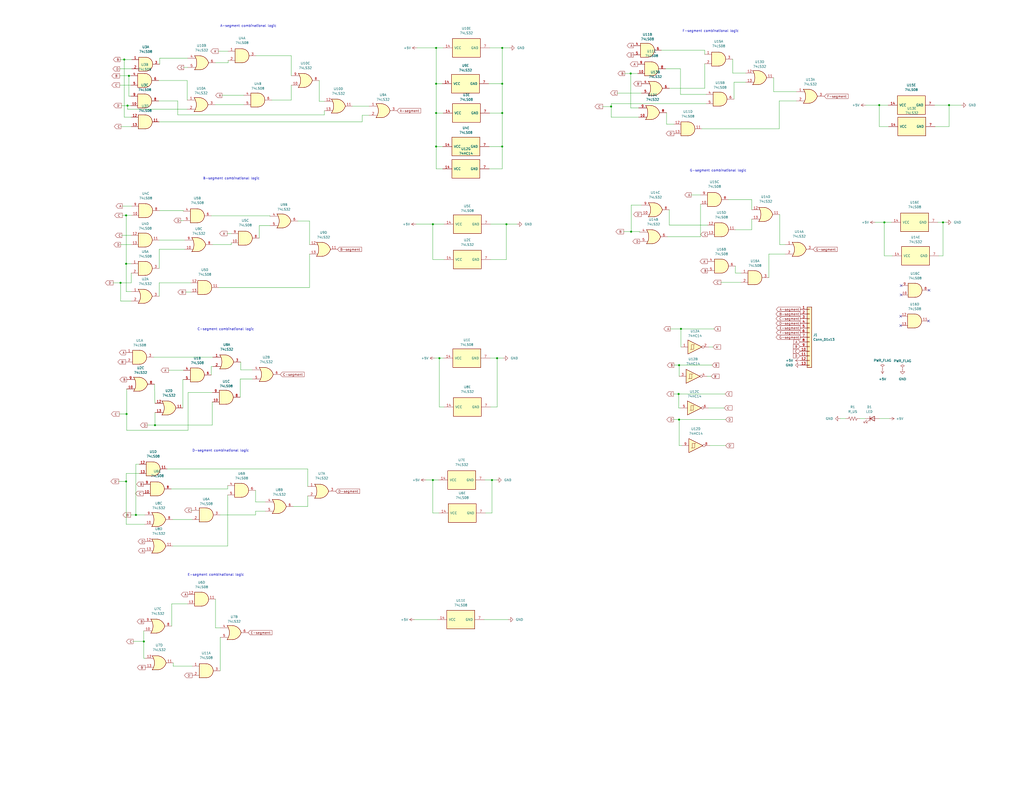
<source format=kicad_sch>
(kicad_sch (version 20211123) (generator eeschema)
  (paper "C")
  (title_block (title "7-SD combinational logic unit") (date "2025-06-05") (rev "2"))
  (junction (at 69.596 57.658))
  (junction (at 517.906 57.404))
  (junction (at 333.502 58.166))
  (junction (at 70.358 41.402))
  (junction (at 74.168 281.178))
  (junction (at 344.424 126.492))
  (junction (at 371.602 179.578))
  (junction (at 274.066 45.72))
  (junction (at 370.586 199.39))
  (junction (at 78.486 350.266))
  (junction (at 274.066 26.162))
  (junction (at 69.088 226.06))
  (junction (at 271.272 195.58))
  (junction (at 370.586 229.108))
  (junction (at 68.834 117.602))
  (junction (at 65.786 154.432))
  (junction (at 479.806 57.404))
  (junction (at 276.352 122.428))
  (junction (at 274.066 61.722))
  (junction (at 344.17 40.132))
  (junction (at 68.834 262.89))
  (junction (at 268.478 262.128))
  (junction (at 237.998 80.01))
  (junction (at 236.22 122.428))
  (junction (at 236.22 262.128))
  (junction (at 514.604 121.412))
  (junction (at 274.066 80.01))
  (junction (at 237.998 45.72))
  (junction (at 237.998 26.162))
  (junction (at 237.998 61.722))
  (junction (at 68.834 144.018))
  (junction (at 482.6 121.412))
  (junction (at 67.818 32.512))
  (junction (at 84.582 232.156))
  (junction (at 370.332 215.138))
  (junction (at 239.776 195.58))
  (no_connect (at 506.73 175.26))
  (no_connect (at 491.49 172.72))
  (no_connect (at 491.49 177.8))
  (no_connect (at 506.984 158.496))
  (no_connect (at 491.744 161.036))
  (no_connect (at 491.744 155.956))
  (wire (pts (xy 274.066 61.722) (xy 274.066 80.01)))
  (wire (pts (xy 115.316 117.856) (xy 147.32 117.856)))
  (wire (pts (xy 86.868 154.432) (xy 104.14 154.432)))
  (wire (pts (xy 236.22 141.732) (xy 236.22 122.428)))
  (wire (pts (xy 274.066 80.01) (xy 274.066 92.202)))
  (wire (pts (xy 395.732 215.138) (xy 370.332 215.138)))
  (wire (pts (xy 94.234 298.196) (xy 124.206 298.196)))
  (wire (pts (xy 71.628 154.432) (xy 65.786 154.432)))
  (wire (pts (xy 348.488 64.008) (xy 333.502 64.008)))
  (wire (pts (xy 139.446 279.146) (xy 144.78 279.146)))
  (wire (pts (xy 241.554 92.202) (xy 237.998 92.202)))
  (wire (pts (xy 141.478 130.048) (xy 141.478 123.19)))
  (wire (pts (xy 241.808 61.722) (xy 237.998 61.722)))
  (wire (pts (xy 139.446 267.716) (xy 139.446 274.066)))
  (wire (pts (xy 86.868 161.798) (xy 86.868 154.432)))
  (wire (pts (xy 102.108 43.942) (xy 102.108 54.61)))
  (wire (pts (xy 68.834 262.89) (xy 68.834 286.258)))
  (wire (pts (xy 84.582 225.298) (xy 84.582 232.156)))
  (wire (pts (xy 160.02 276.606) (xy 167.894 276.606)))
  (wire (pts (xy 264.922 280.162) (xy 268.478 280.162)))
  (wire (pts (xy 237.998 26.162) (xy 241.808 26.162)))
  (wire (pts (xy 517.906 57.404) (xy 510.032 57.404)))
  (wire (pts (xy 168.91 156.972) (xy 168.91 138.684)))
  (wire (pts (xy 68.834 117.602) (xy 71.882 117.602)))
  (wire (pts (xy 239.776 195.58) (xy 242.062 195.58)))
  (wire (pts (xy 425.45 117.094) (xy 425.45 133.604)))
  (wire (pts (xy 344.424 112.014) (xy 344.424 126.492)))
  (wire (pts (xy 61.722 154.432) (xy 65.786 154.432)))
  (wire (pts (xy 242.316 222.25) (xy 239.776 222.25)))
  (wire (pts (xy 75.946 253.492) (xy 74.168 253.492)))
  (wire (pts (xy 239.522 280.162) (xy 236.22 280.162)))
  (wire (pts (xy 70.358 41.402) (xy 70.358 52.578)))
  (wire (pts (xy 66.548 128.524) (xy 71.628 128.524)))
  (wire (pts (xy 422.148 50.038) (xy 434.594 50.038)))
  (wire (pts (xy 239.776 195.58) (xy 239.776 222.25)))
  (wire (pts (xy 348.488 58.928) (xy 344.17 58.928)))
  (wire (pts (xy 100.838 136.144) (xy 86.868 136.144)))
  (wire (pts (xy 100.076 207.264) (xy 99.822 207.264)))
  (wire (pts (xy 344.424 126.492) (xy 348.996 126.492)))
  (wire (pts (xy 383.032 70.358) (xy 425.196 70.358)))
  (wire (pts (xy 371.348 37.592) (xy 363.22 37.592)))
  (wire (pts (xy 333.502 58.166) (xy 333.502 64.008)))
  (wire (pts (xy 68.834 258.572) (xy 75.946 258.572)))
  (wire (pts (xy 115.316 200.152) (xy 116.078 200.152)))
  (wire (pts (xy 370.586 199.39) (xy 388.62 199.39)))
  (wire (pts (xy 364.236 129.286) (xy 382.27 129.286)))
  (wire (pts (xy 236.22 122.428) (xy 242.316 122.428)))
  (wire (pts (xy 399.796 32.258) (xy 399.796 39.878)))
  (wire (pts (xy 102.616 214.376) (xy 102.616 234.95)))
  (wire (pts (xy 267.208 61.722) (xy 274.066 61.722)))
  (wire (pts (xy 86.614 55.118) (xy 97.028 55.118)))
  (wire (pts (xy 388.112 205.486) (xy 385.826 205.486)))
  (wire (pts (xy 100.076 202.184) (xy 91.948 202.184)))
  (wire (pts (xy 167.894 276.606) (xy 167.894 270.764)))
  (wire (pts (xy 328.93 58.166) (xy 333.502 58.166)))
  (wire (pts (xy 371.348 51.562) (xy 371.348 37.592)))
  (wire (pts (xy 237.998 61.722) (xy 237.998 45.72)))
  (wire (pts (xy 124.206 298.196) (xy 124.206 270.256)))
  (wire (pts (xy 400.558 54.102) (xy 400.558 44.958)))
  (wire (pts (xy 371.602 179.578) (xy 365.76 179.578)))
  (wire (pts (xy 512.318 139.7) (xy 514.604 139.7)))
  (wire (pts (xy 119.126 27.94) (xy 124.46 27.94)))
  (wire (pts (xy 78.486 344.424) (xy 78.486 350.266)))
  (wire (pts (xy 65.278 37.592) (xy 71.882 37.592)))
  (wire (pts (xy 232.41 262.128) (xy 236.22 262.128)))
  (wire (pts (xy 71.628 164.338) (xy 65.786 164.338)))
  (wire (pts (xy 120.142 366.268) (xy 120.142 347.98)))
  (wire (pts (xy 66.294 57.658) (xy 69.596 57.658)))
  (wire (pts (xy 84.328 212.852) (xy 84.582 220.218)))
  (wire (pts (xy 74.168 253.492) (xy 74.168 281.178)))
  (wire (pts (xy 124.206 266.954) (xy 124.206 265.176)))
  (wire (pts (xy 71.628 133.604) (xy 65.786 133.604)))
  (wire (pts (xy 514.604 121.412) (xy 511.81 121.412)))
  (wire (pts (xy 363.728 61.468) (xy 363.728 67.818)))
  (wire (pts (xy 479.806 228.6) (xy 485.394 228.6)))
  (wire (pts (xy 121.158 52.07) (xy 133.096 52.07)))
  (wire (pts (xy 236.22 262.128) (xy 236.22 280.162)))
  (wire (pts (xy 79.248 359.41) (xy 78.486 359.41)))
  (wire (pts (xy 91.186 256.032) (xy 167.894 256.032)))
  (wire (pts (xy 282.194 122.428) (xy 276.352 122.428)))
  (wire (pts (xy 93.726 329.692) (xy 93.726 341.884)))
  (wire (pts (xy 97.028 55.118) (xy 97.028 62.738)))
  (wire (pts (xy 78.486 350.266) (xy 78.486 359.41)))
  (wire (pts (xy 386.842 189.484) (xy 389.128 189.484)))
  (wire (pts (xy 71.628 159.258) (xy 68.834 159.258)))
  (wire (pts (xy 162.56 120.65) (xy 168.91 120.65)))
  (wire (pts (xy 268.478 262.128) (xy 268.478 280.162)))
  (wire (pts (xy 384.556 34.798) (xy 384.556 48.26)))
  (wire (pts (xy 71.374 281.178) (xy 74.168 281.178)))
  (wire (pts (xy 69.596 57.658) (xy 71.374 57.658)))
  (wire (pts (xy 131.064 207.01) (xy 137.668 207.01)))
  (wire (pts (xy 266.954 92.202) (xy 274.066 92.202)))
  (wire (pts (xy 384.556 29.718) (xy 384.556 27.432)))
  (wire (pts (xy 469.138 228.6) (xy 472.186 228.6)))
  (wire (pts (xy 84.582 232.156) (xy 115.824 232.156)))
  (wire (pts (xy 419.608 138.684) (xy 428.498 138.684)))
  (wire (pts (xy 336.804 50.8) (xy 350.012 50.8)))
  (wire (pts (xy 119.38 156.972) (xy 168.91 156.972)))
  (wire (pts (xy 370.586 229.108) (xy 370.586 243.332)))
  (wire (pts (xy 104.394 278.638) (xy 104.902 278.638)))
  (wire (pts (xy 242.316 141.732) (xy 236.22 141.732)))
  (wire (pts (xy 117.348 57.15) (xy 133.096 57.15)))
  (wire (pts (xy 64.77 262.89) (xy 68.834 262.89)))
  (wire (pts (xy 102.362 329.692) (xy 93.726 329.692)))
  (wire (pts (xy 482.6 139.7) (xy 482.6 121.412)))
  (wire (pts (xy 410.21 108.966) (xy 410.21 114.554)))
  (wire (pts (xy 70.358 52.578) (xy 71.374 52.578)))
  (wire (pts (xy 101.346 159.512) (xy 104.14 159.512)))
  (wire (pts (xy 68.834 286.258) (xy 78.994 286.258)))
  (wire (pts (xy 100.076 115.062) (xy 100.076 115.316)))
  (wire (pts (xy 104.902 363.728) (xy 94.488 363.728)))
  (wire (pts (xy 236.22 262.128) (xy 239.268 262.128)))
  (wire (pts (xy 72.644 350.266) (xy 78.486 350.266)))
  (wire (pts (xy 395.986 243.332) (xy 387.35 243.332)))
  (wire (pts (xy 69.088 212.344) (xy 69.088 226.06)))
  (wire (pts (xy 69.088 226.06) (xy 69.088 234.95)))
  (wire (pts (xy 477.52 121.412) (xy 482.6 121.412)))
  (wire (pts (xy 147.32 117.856) (xy 147.32 118.11)))
  (wire (pts (xy 201.422 57.912) (xy 192.278 57.912)))
  (wire (pts (xy 66.802 112.522) (xy 71.882 112.522)))
  (wire (pts (xy 141.478 123.19) (xy 147.32 123.19)))
  (wire (pts (xy 479.806 57.404) (xy 484.632 57.404)))
  (wire (pts (xy 395.224 222.758) (xy 386.588 222.758)))
  (wire (pts (xy 227.076 122.428) (xy 236.22 122.428)))
  (wire (pts (xy 278.13 26.162) (xy 274.066 26.162)))
  (wire (pts (xy 139.446 281.178) (xy 139.446 279.146)))
  (wire (pts (xy 274.066 45.72) (xy 274.066 61.722)))
  (wire (pts (xy 510.286 69.088) (xy 517.906 69.088)))
  (wire (pts (xy 65.024 226.06) (xy 69.088 226.06)))
  (wire (pts (xy 425.196 55.118) (xy 434.594 55.118)))
  (wire (pts (xy 400.558 44.958) (xy 406.908 44.958)))
  (wire (pts (xy 227.584 26.162) (xy 237.998 26.162)))
  (wire (pts (xy 70.358 41.402) (xy 71.374 41.402)))
  (wire (pts (xy 371.602 179.578) (xy 389.636 179.578)))
  (wire (pts (xy 71.374 46.482) (xy 65.278 46.482)))
  (wire (pts (xy 117.602 342.9) (xy 120.142 342.9)))
  (wire (pts (xy 174.244 55.372) (xy 177.038 55.372)))
  (wire (pts (xy 268.478 262.128) (xy 264.668 262.128)))
  (wire (pts (xy 78.994 281.178) (xy 74.168 281.178)))
  (wire (pts (xy 393.446 154.178) (xy 404.368 154.178)))
  (wire (pts (xy 80.264 232.156) (xy 84.582 232.156)))
  (wire (pts (xy 100.838 131.064) (xy 86.868 131.064)))
  (wire (pts (xy 159.004 30.48) (xy 159.004 41.402)))
  (wire (pts (xy 131.064 216.916) (xy 131.064 207.01)))
  (wire (pts (xy 401.32 125.476) (xy 410.21 125.476)))
  (wire (pts (xy 486.918 139.7) (xy 482.6 139.7)))
  (wire (pts (xy 276.352 122.428) (xy 267.716 122.428)))
  (wire (pts (xy 197.612 62.992) (xy 197.612 66.548)))
  (wire (pts (xy 410.21 125.476) (xy 410.21 119.634)))
  (wire (pts (xy 333.502 56.642) (xy 333.502 58.166)))
  (wire (pts (xy 365.252 114.554) (xy 365.252 122.936)))
  (wire (pts (xy 86.868 66.548) (xy 197.612 66.548)))
  (wire (pts (xy 425.45 133.604) (xy 428.498 133.604)))
  (wire (pts (xy 274.574 195.58) (xy 271.272 195.58)))
  (wire (pts (xy 66.04 69.088) (xy 71.628 69.088)))
  (wire (pts (xy 370.586 199.39) (xy 370.586 205.486)))
  (wire (pts (xy 139.446 274.066) (xy 144.78 274.066)))
  (wire (pts (xy 68.834 144.018) (xy 71.628 144.018)))
  (wire (pts (xy 419.608 151.638) (xy 419.608 138.684)))
  (wire (pts (xy 116.078 133.604) (xy 126.238 133.604)))
  (wire (pts (xy 267.716 222.25) (xy 271.272 222.25)))
  (wire (pts (xy 98.552 120.396) (xy 100.076 120.396)))
  (wire (pts (xy 266.954 80.01) (xy 274.066 80.01)))
  (wire (pts (xy 371.602 189.484) (xy 371.602 179.578)))
  (wire (pts (xy 384.556 48.26) (xy 365.252 48.26)))
  (wire (pts (xy 120.142 281.178) (xy 139.446 281.178)))
  (wire (pts (xy 384.556 27.432) (xy 360.934 27.432)))
  (wire (pts (xy 340.36 126.492) (xy 344.424 126.492)))
  (wire (pts (xy 115.824 219.456) (xy 115.824 232.156)))
  (wire (pts (xy 100.33 36.83) (xy 102.362 36.83)))
  (wire (pts (xy 71.628 149.098) (xy 71.628 154.432)))
  (wire (pts (xy 99.822 207.264) (xy 99.822 222.758)))
  (wire (pts (xy 340.868 40.132) (xy 344.17 40.132)))
  (wire (pts (xy 344.17 40.132) (xy 344.17 58.928)))
  (wire (pts (xy 363.728 67.818) (xy 367.792 67.818)))
  (wire (pts (xy 458.47 228.6) (xy 461.518 228.6)))
  (wire (pts (xy 117.602 327.152) (xy 117.602 342.9)))
  (wire (pts (xy 367.792 199.39) (xy 370.586 199.39)))
  (wire (pts (xy 399.796 39.878) (xy 406.908 39.878)))
  (wire (pts (xy 201.422 62.992) (xy 197.612 62.992)))
  (wire (pts (xy 126.238 133.604) (xy 126.238 132.588)))
  (wire (pts (xy 68.834 258.572) (xy 68.834 262.89)))
  (wire (pts (xy 271.272 195.58) (xy 271.272 222.25)))
  (wire (pts (xy 139.7 30.48) (xy 159.004 30.48)))
  (wire (pts (xy 124.46 34.29) (xy 124.46 33.02)))
  (wire (pts (xy 167.894 256.032) (xy 167.894 265.684)))
  (wire (pts (xy 68.834 159.258) (xy 68.834 144.018)))
  (wire (pts (xy 386.08 122.936) (xy 365.252 122.936)))
  (wire (pts (xy 517.906 69.088) (xy 517.906 57.404)))
  (wire (pts (xy 271.272 195.58) (xy 267.462 195.58)))
  (wire (pts (xy 274.066 26.162) (xy 274.066 45.72)))
  (wire (pts (xy 350.012 112.014) (xy 344.424 112.014)))
  (wire (pts (xy 67.818 32.512) (xy 71.882 32.512)))
  (wire (pts (xy 237.236 195.58) (xy 239.776 195.58)))
  (wire (pts (xy 241.554 80.01) (xy 237.998 80.01)))
  (wire (pts (xy 385.318 51.562) (xy 371.348 51.562)))
  (wire (pts (xy 370.332 222.758) (xy 371.348 222.758)))
  (wire (pts (xy 168.91 120.65) (xy 168.91 133.604)))
  (wire (pts (xy 174.244 43.942) (xy 174.244 55.372)))
  (wire (pts (xy 226.06 338.328) (xy 238.76 338.328)))
  (wire (pts (xy 66.802 117.602) (xy 68.834 117.602)))
  (wire (pts (xy 123.952 127.508) (xy 126.238 127.508)))
  (wire (pts (xy 264.16 338.328) (xy 277.368 338.328)))
  (wire (pts (xy 86.868 136.144) (xy 86.868 146.558)))
  (wire (pts (xy 237.998 80.01) (xy 237.998 92.202)))
  (wire (pts (xy 83.82 195.072) (xy 116.078 195.072)))
  (wire (pts (xy 344.17 40.132) (xy 347.98 40.132)))
  (wire (pts (xy 276.352 141.732) (xy 276.352 122.428)))
  (wire (pts (xy 482.6 121.412) (xy 486.41 121.412)))
  (wire (pts (xy 94.488 361.95) (xy 94.488 363.728)))
  (wire (pts (xy 516.382 121.412) (xy 514.604 121.412)))
  (wire (pts (xy 87.122 115.062) (xy 100.076 115.062)))
  (wire (pts (xy 102.362 31.75) (xy 87.122 31.75)))
  (wire (pts (xy 86.614 43.942) (xy 102.108 43.942)))
  (wire (pts (xy 117.602 34.29) (xy 124.46 34.29)))
  (wire (pts (xy 237.998 61.722) (xy 237.998 80.01)))
  (wire (pts (xy 65.278 41.402) (xy 70.358 41.402)))
  (wire (pts (xy 131.318 201.93) (xy 137.668 201.93)))
  (wire (pts (xy 514.604 139.7) (xy 514.604 121.412)))
  (wire (pts (xy 102.616 234.95) (xy 69.088 234.95)))
  (wire (pts (xy 370.586 229.108) (xy 395.986 229.108)))
  (wire (pts (xy 479.806 69.088) (xy 479.806 57.404)))
  (wire (pts (xy 267.716 141.732) (xy 276.352 141.732)))
  (wire (pts (xy 68.834 117.602) (xy 68.834 144.018)))
  (wire (pts (xy 266.7 45.72) (xy 274.066 45.72)))
  (wire (pts (xy 274.066 26.162) (xy 267.208 26.162)))
  (wire (pts (xy 102.108 59.69) (xy 69.596 59.69)))
  (wire (pts (xy 401.32 145.288) (xy 401.32 149.098)))
  (wire (pts (xy 370.332 215.138) (xy 370.332 222.758)))
  (wire (pts (xy 348.996 126.492) (xy 348.996 126.746)))
  (wire (pts (xy 69.596 59.69) (xy 69.596 57.658)))
  (wire (pts (xy 401.32 149.098) (xy 404.368 149.098)))
  (wire (pts (xy 67.818 64.008) (xy 67.818 32.512)))
  (wire (pts (xy 237.998 45.72) (xy 237.998 26.162)))
  (wire (pts (xy 65.532 32.512) (xy 67.818 32.512)))
  (wire (pts (xy 94.234 283.718) (xy 104.902 283.718)))
  (wire (pts (xy 271.018 262.128) (xy 268.478 262.128)))
  (wire (pts (xy 241.3 45.72) (xy 237.998 45.72)))
  (wire (pts (xy 472.44 57.404) (xy 479.806 57.404)))
  (wire (pts (xy 131.318 197.612) (xy 131.318 201.93)))
  (wire (pts (xy 84.328 209.804) (xy 84.328 212.852)))
  (wire (pts (xy 425.196 70.358) (xy 425.196 55.118)))
  (wire (pts (xy 370.586 243.332) (xy 372.11 243.332)))
  (wire (pts (xy 524.51 57.404) (xy 517.906 57.404)))
  (wire (pts (xy 367.538 229.108) (xy 370.586 229.108)))
  (wire (pts (xy 148.336 54.61) (xy 159.004 54.61)))
  (wire (pts (xy 67.818 64.008) (xy 71.628 64.008)))
  (wire (pts (xy 159.004 54.61) (xy 159.004 46.482)))
  (wire (pts (xy 65.786 164.338) (xy 65.786 154.432)))
  (wire (pts (xy 87.122 31.75) (xy 87.122 35.052)))
  (wire (pts (xy 385.318 56.642) (xy 333.502 56.642)))
  (wire (pts (xy 422.148 42.418) (xy 422.148 50.038)))
  (wire (pts (xy 377.19 106.426) (xy 382.27 106.426)))
  (wire (pts (xy 115.824 214.376) (xy 102.616 214.376)))
  (wire (pts (xy 93.472 266.954) (xy 124.206 266.954)))
  (wire (pts (xy 367.538 215.138) (xy 370.332 215.138)))
  (wire (pts (xy 397.51 108.966) (xy 410.21 108.966)))
  (wire (pts (xy 382.27 129.286) (xy 382.27 111.506)))
  (wire (pts (xy 115.316 204.724) (xy 115.316 200.152)))
  (wire (pts (xy 177.038 60.452) (xy 177.038 62.738)))
  (wire (pts (xy 484.886 69.088) (xy 479.806 69.088)))
  (wire (pts (xy 97.028 62.738) (xy 177.038 62.738)))
  (text "D-segment combinational logic" (at 104.902 246.888 0) (effects (font (size 1.27 1.27)) (justify left bottom)))
  (text "G-segment combinational logic" (at 376.428 93.98 0) (effects (font (size 1.27 1.27)) (justify left bottom)))
  (text "A-segment combinational logic" (at 120.142 14.986 0) (effects (font (size 1.27 1.27)) (justify left bottom)))
  (text "F-segment combinational logic" (at 372.364 17.78 0) (effects (font (size 1.27 1.27)) (justify left bottom)))
  (text "B-segment combinational logic" (at 110.744 98.298 0) (effects (font (size 1.27 1.27)) (justify left bottom)))
  (text "C-segment combinational logic" (at 107.696 180.594 0) (effects (font (size 1.27 1.27)) (justify left bottom)))
  (text "E-segment combinational logic" (at 102.362 314.706 0) (effects (font (size 1.27 1.27)) (justify left bottom)))
  (global_label "C'" (shape output) (at 78.232 269.494 180) (property "Intersheet References" "${INTERSHEET_REFS}" (effects hide)))
  (global_label "B" (shape output) (at 78.486 339.344 180) (property "Intersheet References" "${INTERSHEET_REFS}" (effects hide)))
  (global_label "B" (shape output) (at 367.792 199.39 180) (property "Intersheet References" "${INTERSHEET_REFS}" (effects hide)))
  (global_label "D'" (shape output) (at 61.722 154.432 180) (property "Intersheet References" "${INTERSHEET_REFS}" (effects hide)))
  (global_label "D" (shape output) (at 65.278 37.592 180) (property "Intersheet References" "${INTERSHEET_REFS}" (effects hide)))
  (global_label "C'" (shape output) (at 328.93 58.166 180) (property "Intersheet References" "${INTERSHEET_REFS}" (effects hide)))
  (global_label "C'" (shape input) (at 395.224 222.758 0) (property "Intersheet References" "${INTERSHEET_REFS}" (effects hide)))
  (global_label "E-segment" (shape input) (at 135.382 345.44 0) (property "Intersheet References" "${INTERSHEET_REFS}" (effects hide)))
  (global_label "A'" (shape output) (at 386.08 142.748 180) (property "Intersheet References" "${INTERSHEET_REFS}" (effects hide)))
  (global_label "D" (shape output) (at 367.538 229.108 180) (property "Intersheet References" "${INTERSHEET_REFS}" (effects hide)))
  (global_label "B" (shape output) (at 340.868 40.132 180) (property "Intersheet References" "${INTERSHEET_REFS}" (effects hide)))
  (global_label "C" (shape output) (at 104.394 278.638 180) (property "Intersheet References" "${INTERSHEET_REFS}" (effects hide)))
  (global_label "C-segment" (shape input) (at 152.908 204.47 0) (property "Intersheet References" "${INTERSHEET_REFS}" (effects hide)))
  (global_label "C" (shape input) (at 395.732 215.138 0) (property "Intersheet References" "${INTERSHEET_REFS}" (effects hide)))
  (global_label "B" (shape output) (at 69.088 207.264 180) (property "Intersheet References" "${INTERSHEET_REFS}" (effects hide)))
  (global_label "F-segment" (shape output) (at 436.626 181.61 180) (property "Intersheet References" "${INTERSHEET_REFS}" (effects hide)))
  (global_label "A" (shape output) (at 102.362 324.612 180) (property "Intersheet References" "${INTERSHEET_REFS}" (effects hide)))
  (global_label "B'" (shape output) (at 71.374 281.178 180) (property "Intersheet References" "${INTERSHEET_REFS}" (effects hide)))
  (global_label "D" (shape output) (at 65.786 133.604 180) (property "Intersheet References" "${INTERSHEET_REFS}" (effects hide)))
  (global_label "B'" (shape output) (at 340.36 126.492 180) (property "Intersheet References" "${INTERSHEET_REFS}" (effects hide)))
  (global_label "B" (shape input) (at 388.62 199.39 0) (property "Intersheet References" "${INTERSHEET_REFS}" (effects hide)))
  (global_label "B" (shape output) (at 386.08 147.828 180) (property "Intersheet References" "${INTERSHEET_REFS}" (effects hide)))
  (global_label "A" (shape output) (at 345.694 24.892 180) (property "Intersheet References" "${INTERSHEET_REFS}" (effects hide)))
  (global_label "B'" (shape output) (at 68.58 197.612 180) (property "Intersheet References" "${INTERSHEET_REFS}" (effects hide)))
  (global_label "D" (shape output) (at 78.994 295.656 180) (property "Intersheet References" "${INTERSHEET_REFS}" (effects hide)))
  (global_label "C" (shape output) (at 66.04 69.088 180) (property "Intersheet References" "${INTERSHEET_REFS}" (effects hide)))
  (global_label "G-segment" (shape output) (at 436.626 184.15 180) (property "Intersheet References" "${INTERSHEET_REFS}" (effects hide)))
  (global_label "B'" (shape input) (at 388.112 205.486 0) (property "Intersheet References" "${INTERSHEET_REFS}" (effects hide)))
  (global_label "D" (shape output) (at 345.694 29.972 180) (property "Intersheet References" "${INTERSHEET_REFS}" (effects hide)))
  (global_label "A" (shape output) (at 78.994 300.736 180) (property "Intersheet References" "${INTERSHEET_REFS}" (effects hide)))
  (global_label "C'" (shape output) (at 65.278 46.482 180) (property "Intersheet References" "${INTERSHEET_REFS}" (effects hide)))
  (global_label "B-segment" (shape output) (at 436.626 171.45 180) (property "Intersheet References" "${INTERSHEET_REFS}" (effects hide)))
  (global_label "A'" (shape output) (at 123.952 127.508 180) (property "Intersheet References" "${INTERSHEET_REFS}" (effects hide)))
  (global_label "B'" (shape output) (at 79.248 364.49 180) (property "Intersheet References" "${INTERSHEET_REFS}" (effects hide)))
  (global_label "C" (shape output) (at 386.08 128.016 180) (property "Intersheet References" "${INTERSHEET_REFS}" (effects hide)))
  (global_label "C" (shape output) (at 100.33 36.83 180) (property "Intersheet References" "${INTERSHEET_REFS}" (effects hide)))
  (global_label "D-segment" (shape input) (at 183.134 268.224 0) (property "Intersheet References" "${INTERSHEET_REFS}" (effects hide)))
  (global_label "D" (shape output) (at 98.552 120.396 180) (property "Intersheet References" "${INTERSHEET_REFS}" (effects hide)))
  (global_label "B-segment" (shape input) (at 184.15 136.144 0) (property "Intersheet References" "${INTERSHEET_REFS}" (effects hide)))
  (global_label "B'" (shape output) (at 350.012 45.72 180) (property "Intersheet References" "${INTERSHEET_REFS}" (effects hide)))
  (global_label "C" (shape output) (at 336.804 50.8 180) (property "Intersheet References" "${INTERSHEET_REFS}" (effects hide)))
  (global_label "D'" (shape output) (at 64.77 262.89 180) (property "Intersheet References" "${INTERSHEET_REFS}" (effects hide)))
  (global_label "D" (shape output) (at 80.264 232.156 180) (property "Intersheet References" "${INTERSHEET_REFS}" (effects hide)))
  (global_label "C" (shape input) (at 436.626 191.77 180) (property "Intersheet References" "${INTERSHEET_REFS}" (effects hide)))
  (global_label "D'" (shape output) (at 66.294 57.658 180) (property "Intersheet References" "${INTERSHEET_REFS}" (effects hide)))
  (global_label "D'" (shape input) (at 395.986 243.332 0) (property "Intersheet References" "${INTERSHEET_REFS}" (effects hide)))
  (global_label "C'" (shape output) (at 393.446 154.178 180) (property "Intersheet References" "${INTERSHEET_REFS}" (effects hide)))
  (global_label "A'" (shape input) (at 389.128 189.484 0) (property "Intersheet References" "${INTERSHEET_REFS}" (effects hide)))
  (global_label "B" (shape output) (at 65.532 32.512 180) (property "Intersheet References" "${INTERSHEET_REFS}" (effects hide)))
  (global_label "A-segment" (shape output) (at 436.626 168.91 180) (property "Intersheet References" "${INTERSHEET_REFS}" (effects hide)))
  (global_label "A'" (shape output) (at 347.98 35.052 180) (property "Intersheet References" "${INTERSHEET_REFS}" (effects hide)))
  (global_label "C-segment" (shape output) (at 436.626 173.99 180) (property "Intersheet References" "${INTERSHEET_REFS}" (effects hide)))
  (global_label "E-segment" (shape output) (at 436.626 179.07 180) (property "Intersheet References" "${INTERSHEET_REFS}" (effects hide)))
  (global_label "A'" (shape output) (at 119.126 27.94 180) (property "Intersheet References" "${INTERSHEET_REFS}" (effects hide)))
  (global_label "B" (shape output) (at 78.232 264.414 180) (property "Intersheet References" "${INTERSHEET_REFS}" (effects hide)))
  (global_label "A'" (shape output) (at 91.948 202.184 180) (property "Intersheet References" "${INTERSHEET_REFS}" (effects hide)))
  (global_label "C" (shape output) (at 367.538 215.138 180) (property "Intersheet References" "${INTERSHEET_REFS}" (effects hide)))
  (global_label "C'" (shape output) (at 66.802 117.602 180) (property "Intersheet References" "${INTERSHEET_REFS}" (effects hide)))
  (global_label "C" (shape output) (at 72.644 350.266 180) (property "Intersheet References" "${INTERSHEET_REFS}" (effects hide)))
  (global_label "A-segment" (shape input) (at 216.662 60.452 0) (property "Intersheet References" "${INTERSHEET_REFS}" (effects hide)))
  (global_label "A" (shape output) (at 377.19 106.426 180) (property "Intersheet References" "${INTERSHEET_REFS}" (effects hide)))
  (global_label "D-segment" (shape output) (at 436.626 176.53 180) (property "Intersheet References" "${INTERSHEET_REFS}" (effects hide)))
  (global_label "A" (shape output) (at 66.802 112.522 180) (property "Intersheet References" "${INTERSHEET_REFS}" (effects hide)))
  (global_label "A" (shape output) (at 365.76 179.578 180) (property "Intersheet References" "${INTERSHEET_REFS}" (effects hide)))
  (global_label "D" (shape input) (at 436.626 194.31 180) (property "Intersheet References" "${INTERSHEET_REFS}" (effects hide)))
  (global_label "C'" (shape output) (at 65.024 226.06 180) (property "Intersheet References" "${INTERSHEET_REFS}" (effects hide)))
  (global_label "D'" (shape output) (at 104.902 368.808 180) (property "Intersheet References" "${INTERSHEET_REFS}" (effects hide)))
  (global_label "D" (shape input) (at 395.986 229.108 0) (property "Intersheet References" "${INTERSHEET_REFS}" (effects hide)))
  (global_label "G-segment" (shape input) (at 443.738 136.144 0) (property "Intersheet References" "${INTERSHEET_REFS}" (effects hide)))
  (global_label "A" (shape output) (at 121.158 52.07 180) (property "Intersheet References" "${INTERSHEET_REFS}" (effects hide)))
  (global_label "B'" (shape output) (at 101.346 159.512 180) (property "Intersheet References" "${INTERSHEET_REFS}" (effects hide)))
  (global_label "D" (shape output) (at 348.996 131.826 180) (property "Intersheet References" "${INTERSHEET_REFS}" (effects hide)))
  (global_label "B'" (shape output) (at 65.278 41.402 180) (property "Intersheet References" "${INTERSHEET_REFS}" (effects hide)))
  (global_label "D'" (shape output) (at 350.012 117.094 180) (property "Intersheet References" "${INTERSHEET_REFS}" (effects hide)))
  (global_label "A" (shape input) (at 436.626 186.69 180) (property "Intersheet References" "${INTERSHEET_REFS}" (effects hide)))
  (global_label "A" (shape output) (at 68.58 192.532 180) (property "Intersheet References" "${INTERSHEET_REFS}" (effects hide)))
  (global_label "F-segment" (shape input) (at 449.834 52.578 0) (property "Intersheet References" "${INTERSHEET_REFS}" (effects hide)))
  (global_label "B" (shape input) (at 436.626 189.23 180) (property "Intersheet References" "${INTERSHEET_REFS}" (effects hide)))
  (global_label "A" (shape input) (at 389.636 179.578 0) (property "Intersheet References" "${INTERSHEET_REFS}" (effects hide)))
  (global_label "C" (shape output) (at 66.548 128.524 180) (property "Intersheet References" "${INTERSHEET_REFS}" (effects hide)))
  (global_label "D'" (shape output) (at 367.792 72.898 180) (property "Intersheet References" "${INTERSHEET_REFS}" (effects hide)))
  (symbol (lib_id "Connector_Generic:Conn_01x13") (at 441.706 184.15 0) (unit 1)
    (property "Reference" "J1" (at 443.738 182.8799 0) (effects (justify left)))
    (property "Value" "Conn_01x13" (at 443.738 185.4199 0) (effects (justify left)))
    (property "Footprint" "Connector_PinHeader_2.54mm:PinHeader_1x13_P2.54mm_Horizontal" (effects hide))
  )
  (symbol (lib_id "74xx:74LS08") (at 140.716 54.61 0) (unit 2)
    (property "Reference" "U4" (at 140.716 45.72 0))
    (property "Value" "74LS08" (at 140.716 48.26 0))
    (property "Footprint" "Package_DIP:DIP-14_W7.62mm" (effects hide))
    (property "Datasheet" "http://www.ti.com/lit/gpn/sn74LS08" (effects hide))
  )
  (symbol (lib_id "74xx:74LS08") (at 254.762 195.58 90) (unit 5)
    (property "Reference" "U1" (at 254.762 185.674 90))
    (property "Value" "74LS08" (at 254.762 188.214 90))
    (property "Footprint" "Package_DIP:DIP-14_W7.62mm" (effects hide))
    (property "Datasheet" "http://www.ti.com/lit/gpn/sn74LS08" (effects hide))
  )
  (symbol (lib_id "74xx:74LS32") (at 86.106 341.884 0) (unit 3)
    (property "Reference" "U7" (at 86.106 332.486 0))
    (property "Value" "74LS32" (at 86.106 335.026 0))
    (property "Footprint" "Package_DIP:DIP-14_W7.62mm" (effects hide))
    (property "Datasheet" "http://www.ti.com/lit/gpn/sn74LS32" (effects hide))
  )
  (symbol (lib_id "power:+5V") (at 436.626 196.85 90) (unit 1)
    (property "Reference" "#PWR011" (effects hide))
    (property "Value" "+5V" (at 432.816 196.8499 90) (effects (justify left)))
  )
  (symbol (lib_id "74xx:74LS08") (at 353.314 27.432 0) (unit 2)
    (property "Reference" "U11" (at 353.314 18.796 0))
    (property "Value" "74LS08" (at 353.314 21.336 0))
    (property "Footprint" "Package_DIP:DIP-14_W7.62mm" (effects hide))
    (property "Datasheet" "http://www.ti.com/lit/gpn/sn74LS08" (effects hide))
  )
  (symbol (lib_id "74xx:74HC14") (at 379.73 243.332 0) (unit 4)
    (property "Reference" "U12" (at 379.73 234.188 0))
    (property "Value" "74HC14" (at 379.73 236.728 0))
    (property "Footprint" "Package_DIP:DIP-14_W7.62mm" (effects hide))
    (property "Datasheet" "http://www.ti.com/lit/gpn/sn74HC14" (effects hide))
  )
  (symbol (lib_id "74xx:74LS32") (at 109.728 57.15 0) (unit 1)
    (property "Reference" "U10" (at 109.728 48.26 0))
    (property "Value" "74LS32" (at 109.728 50.8 0))
    (property "Footprint" "Package_DIP:DIP-14_W7.62mm" (effects hide))
    (property "Datasheet" "http://www.ti.com/lit/gpn/sn74LS32" (effects hide))
  )
  (symbol (lib_id "power:GND") (at 274.574 195.58 90) (unit 1)
    (property "Reference" "#PWR07" (effects hide))
    (property "Value" "GND" (at 278.638 195.5799 90) (effects (justify right)))
  )
  (symbol (lib_id "74xx:74LS32") (at 86.868 361.95 0) (unit 4)
    (property "Reference" "U7" (at 86.868 352.298 0))
    (property "Value" "74LS32" (at 86.868 354.838 0))
    (property "Footprint" "Package_DIP:DIP-14_W7.62mm" (effects hide))
    (property "Datasheet" "http://www.ti.com/lit/gpn/sn74LS32" (effects hide))
  )
  (symbol (lib_id "74xx:74LS08") (at 123.444 216.916 0) (unit 3)
    (property "Reference" "U1" (at 123.444 208.28 0))
    (property "Value" "74LS08" (at 123.444 210.82 0))
    (property "Footprint" "Package_DIP:DIP-14_W7.62mm" (effects hide))
    (property "Datasheet" "http://www.ti.com/lit/gpn/sn74LS08" (effects hide))
  )
  (symbol (lib_id "power:+5V") (at 232.41 262.128 90) (unit 1)
    (property "Reference" "#PWR04" (effects hide))
    (property "Value" "+5V" (at 229.108 262.1279 90) (effects (justify left)))
  )
  (symbol (lib_id "74xx:74LS32") (at 79.248 161.798 0) (unit 1)
    (property "Reference" "U2" (at 79.248 152.4 0))
    (property "Value" "74LS32" (at 79.248 154.94 0))
    (property "Footprint" "Package_DIP:DIP-14_W7.62mm" (effects hide))
    (property "Datasheet" "http://www.ti.com/lit/gpn/sn74LS32" (effects hide))
  )
  (symbol (lib_id "74xx:74LS32") (at 76.708 209.804 0) (unit 3)
    (property "Reference" "U2" (at 76.708 200.914 0))
    (property "Value" "74LS32" (at 76.708 203.454 0))
    (property "Footprint" "Package_DIP:DIP-14_W7.62mm" (effects hide))
    (property "Datasheet" "http://www.ti.com/lit/gpn/sn74LS32" (effects hide))
  )
  (symbol (lib_id "power:PWR_FLAG") (at 481.584 201.422 0) (unit 1)
    (property "Reference" "#FLG01" (effects hide))
    (property "Value" "PWR_FLAG" (at 481.584 196.85 0))
  )
  (symbol (lib_id "power:GND") (at 436.626 199.39 270) (unit 1)
    (property "Reference" "#PWR012" (effects hide))
    (property "Value" "GND" (at 432.816 199.3899 90) (effects (justify right)))
  )
  (symbol (lib_id "74xx:74LS08") (at 76.2 195.072 0) (unit 1)
    (property "Reference" "U1" (at 76.2 185.928 0))
    (property "Value" "74LS08" (at 76.2 188.468 0))
    (property "Footprint" "Package_DIP:DIP-14_W7.62mm" (effects hide))
    (property "Datasheet" "http://www.ti.com/lit/gpn/sn74LS08" (effects hide))
  )
  (symbol (lib_id "74xx:74LS08") (at 499.11 175.26 0) (unit 4)
    (property "Reference" "U16" (at 499.11 166.116 0))
    (property "Value" "74LS08" (at 499.11 168.656 0))
    (property "Footprint" "Package_DIP:DIP-14_W7.62mm" (effects hide))
    (property "Datasheet" "http://www.ti.com/lit/gpn/sn74LS08" (effects hide))
  )
  (symbol (lib_id "power:+5V") (at 227.076 122.428 90) (unit 1)
    (property "Reference" "#PWR02" (effects hide))
    (property "Value" "+5V" (at 223.774 122.4279 90) (effects (justify left)))
  )
  (symbol (lib_id "power:PWR_FLAG") (at 492.506 201.676 0) (unit 1)
    (property "Reference" "#FLG02" (effects hide))
    (property "Value" "PWR_FLAG" (at 492.506 197.104 0))
  )
  (symbol (lib_id "74xx:74LS08") (at 392.938 54.102 0) (unit 2)
    (property "Reference" "U15" (at 392.938 45.212 0))
    (property "Value" "74LS08" (at 392.938 47.752 0))
    (property "Footprint" "Package_DIP:DIP-14_W7.62mm" (effects hide))
    (property "Datasheet" "http://www.ti.com/lit/gpn/sn74LS08" (effects hide))
  )
  (symbol (lib_id "74xx:74LS08") (at 112.522 366.268 0) (unit 1)
    (property "Reference" "U11" (at 112.522 356.616 0))
    (property "Value" "74LS08" (at 112.522 359.156 0))
    (property "Footprint" "Package_DIP:DIP-14_W7.62mm" (effects hide))
    (property "Datasheet" "http://www.ti.com/lit/gpn/sn74LS08" (effects hide))
  )
  (symbol (lib_id "74xx:74LS08") (at 375.412 70.358 0) (unit 4)
    (property "Reference" "U11" (at 375.412 60.96 0))
    (property "Value" "74LS08" (at 375.412 63.5 0))
    (property "Footprint" "Package_DIP:DIP-14_W7.62mm" (effects hide))
    (property "Datasheet" "http://www.ti.com/lit/gpn/sn74LS08" (effects hide))
  )
  (symbol (lib_id "74xx:74LS32") (at 251.968 262.128 90) (unit 5)
    (property "Reference" "U7" (at 251.968 251.206 90))
    (property "Value" "74LS32" (at 251.968 253.746 90))
    (property "Footprint" "Package_DIP:DIP-14_W7.62mm" (effects hide))
    (property "Datasheet" "http://www.ti.com/lit/gpn/sn74LS32" (effects hide))
  )
  (symbol (lib_id "74xx:74LS08") (at 111.76 156.972 0) (unit 4)
    (property "Reference" "U5" (at 111.76 147.32 0))
    (property "Value" "74LS08" (at 111.76 149.86 0))
    (property "Footprint" "Package_DIP:DIP-14_W7.62mm" (effects hide))
    (property "Datasheet" "http://www.ti.com/lit/gpn/sn74LS08" (effects hide))
  )
  (symbol (lib_id "74xx:74LS32") (at 145.288 204.47 0) (unit 2)
    (property "Reference" "U2" (at 145.288 195.072 0))
    (property "Value" "74LS32" (at 145.288 197.612 0))
    (property "Footprint" "Package_DIP:DIP-14_W7.62mm" (effects hide))
    (property "Datasheet" "http://www.ti.com/lit/gpn/sn74LS32" (effects hide))
  )
  (symbol (lib_id "74xx:74LS08") (at 112.522 281.178 0) (unit 1)
    (property "Reference" "U6" (at 112.522 272.542 0))
    (property "Value" "74LS08" (at 112.522 275.082 0))
    (property "Footprint" "Package_DIP:DIP-14_W7.62mm" (effects hide))
    (property "Datasheet" "http://www.ti.com/lit/gpn/sn74LS08" (effects hide))
  )
  (symbol (lib_id "74xx:74LS08") (at 131.826 267.716 0) (unit 2)
    (property "Reference" "U6" (at 131.826 258.572 0))
    (property "Value" "74LS08" (at 131.826 261.112 0))
    (property "Footprint" "Package_DIP:DIP-14_W7.62mm" (effects hide))
    (property "Datasheet" "http://www.ti.com/lit/gpn/sn74LS08" (effects hide))
  )
  (symbol (lib_id "power:GND") (at 524.51 57.404 90) (unit 1)
    (property "Reference" "#PWR020" (effects hide))
    (property "Value" "GND" (at 528.574 57.4039 90) (effects (justify right)))
  )
  (symbol (lib_id "power:+5V") (at 237.236 195.58 90) (unit 1)
    (property "Reference" "#PWR05" (effects hide))
    (property "Value" "+5V" (at 233.934 195.5799 90) (effects (justify left)))
  )
  (symbol (lib_id "74xx:74LS32") (at 86.614 298.196 0) (unit 4)
    (property "Reference" "U8" (at 86.614 288.798 0))
    (property "Value" "74LS32" (at 86.614 291.338 0))
    (property "Footprint" "Package_DIP:DIP-14_W7.62mm" (effects hide))
    (property "Datasheet" "http://www.ti.com/lit/gpn/sn74LS32" (effects hide))
  )
  (symbol (lib_id "74xx:74LS32") (at 497.586 69.088 90) (unit 5)
    (property "Reference" "U13" (at 497.586 59.182 90))
    (property "Value" "74LS32" (at 497.586 61.722 90))
    (property "Footprint" "Package_DIP:DIP-14_W7.62mm" (effects hide))
    (property "Datasheet" "http://www.ti.com/lit/gpn/sn74LS32" (effects hide))
  )
  (symbol (lib_id "power:+5V") (at 477.52 121.412 90) (unit 1)
    (property "Reference" "#PWR015" (effects hide))
    (property "Value" "+5V" (at 474.218 121.4119 90) (effects (justify left)))
  )
  (symbol (lib_id "74xx:74HC14") (at 378.206 205.486 0) (unit 2)
    (property "Reference" "U12" (at 378.206 196.088 0))
    (property "Value" "74HC14" (at 378.206 198.628 0))
    (property "Footprint" "Package_DIP:DIP-14_W7.62mm" (effects hide))
    (property "Datasheet" "http://www.ti.com/lit/gpn/sn74HC14" (effects hide))
  )
  (symbol (lib_id "74xx:74LS08") (at 79.248 131.064 0) (unit 4)
    (property "Reference" "U4" (at 79.248 122.174 0))
    (property "Value" "74LS08" (at 79.248 124.714 0))
    (property "Footprint" "Package_DIP:DIP-14_W7.62mm" (effects hide))
    (property "Datasheet" "http://www.ti.com/lit/gpn/sn74LS08" (effects hide))
  )
  (symbol (lib_id "74xx:74LS08") (at 411.988 151.638 0) (unit 1)
    (property "Reference" "U16" (at 411.988 142.494 0))
    (property "Value" "74LS08" (at 411.988 145.034 0))
    (property "Footprint" "Package_DIP:DIP-14_W7.62mm" (effects hide))
    (property "Datasheet" "http://www.ti.com/lit/gpn/sn74LS08" (effects hide))
  )
  (symbol (lib_id "74xx:74LS08") (at 79.502 115.062 0) (unit 3)
    (property "Reference" "U4" (at 79.502 105.664 0))
    (property "Value" "74LS08" (at 79.502 108.204 0))
    (property "Footprint" "Package_DIP:DIP-14_W7.62mm" (effects hide))
    (property "Datasheet" "http://www.ti.com/lit/gpn/sn74LS08" (effects hide))
  )
  (symbol (lib_id "74xx:74LS32") (at 255.016 222.25 90) (unit 5)
    (property "Reference" "U8" (at 255.016 211.328 90))
    (property "Value" "74LS32" (at 255.016 213.868 90))
    (property "Footprint" "Package_DIP:DIP-14_W7.62mm" (effects hide))
    (property "Datasheet" "http://www.ti.com/lit/gpn/sn74LS32" (effects hide))
  )
  (symbol (lib_id "74xx:74LS08") (at 83.566 256.032 0) (unit 4)
    (property "Reference" "U1" (at 83.566 246.634 0))
    (property "Value" "74LS08" (at 83.566 249.174 0))
    (property "Footprint" "Package_DIP:DIP-14_W7.62mm" (effects hide))
    (property "Datasheet" "http://www.ti.com/lit/gpn/sn74LS08" (effects hide))
  )
  (symbol (lib_id "power:GND") (at 278.13 26.162 90) (unit 1)
    (property "Reference" "#PWR09" (effects hide))
    (property "Value" "GND" (at 282.194 26.1619 90) (effects (justify right)))
  )
  (symbol (lib_id "74xx:74LS08") (at 107.696 117.856 0) (unit 2)
    (property "Reference" "U5" (at 107.696 108.204 0))
    (property "Value" "74LS08" (at 107.696 110.744 0))
    (property "Footprint" "Package_DIP:DIP-14_W7.62mm" (effects hide))
    (property "Datasheet" "http://www.ti.com/lit/gpn/sn74LS08" (effects hide))
  )
  (symbol (lib_id "power:GND") (at 516.382 121.412 90) (unit 1)
    (property "Reference" "#PWR019" (effects hide))
    (property "Value" "GND" (at 520.446 121.4119 90) (effects (justify right)))
  )
  (symbol (lib_id "74xx:74LS32") (at 357.632 48.26 0) (unit 2)
    (property "Reference" "U13" (at 357.632 39.37 0))
    (property "Value" "74LS32" (at 357.632 41.91 0))
    (property "Footprint" "Package_DIP:DIP-14_W7.62mm" (effects hide))
    (property "Datasheet" "http://www.ti.com/lit/gpn/sn74LS32" (effects hide))
  )
  (symbol (lib_id "74xx:74LS08") (at 355.6 37.592 0) (unit 3)
    (property "Reference" "U11" (at 355.6 27.94 0))
    (property "Value" "74LS08" (at 355.6 30.48 0))
    (property "Footprint" "Package_DIP:DIP-14_W7.62mm" (effects hide))
    (property "Datasheet" "http://www.ti.com/lit/gpn/sn74LS08" (effects hide))
  )
  (symbol (lib_id "74xx:74LS32") (at 254 45.72 90) (unit 5)
    (property "Reference" "U9" (at 254 35.814 90))
    (property "Value" "74LS32" (at 254 38.354 90))
    (property "Footprint" "Package_DIP:DIP-14_W7.62mm" (effects hide))
    (property "Datasheet" "http://www.ti.com/lit/gpn/sn74LS32" (effects hide))
  )
  (symbol (lib_id "74xx:74LS32") (at 127.762 345.44 0) (unit 2)
    (property "Reference" "U7" (at 127.762 336.804 0))
    (property "Value" "74LS32" (at 127.762 339.344 0))
    (property "Footprint" "Package_DIP:DIP-14_W7.62mm" (effects hide))
    (property "Datasheet" "http://www.ti.com/lit/gpn/sn74LS32" (effects hide))
  )
  (symbol (lib_id "74xx:74LS32") (at 86.614 283.718 0) (unit 3)
    (property "Reference" "U8" (at 86.614 274.828 0))
    (property "Value" "74LS32" (at 86.614 277.368 0))
    (property "Footprint" "Package_DIP:DIP-14_W7.62mm" (effects hide))
    (property "Datasheet" "http://www.ti.com/lit/gpn/sn74LS32" (effects hide))
  )
  (symbol (lib_id "74xx:74HC14") (at 254.254 92.202 90) (unit 7)
    (property "Reference" "U12" (at 254.254 81.28 90))
    (property "Value" "74HC14" (at 254.254 83.82 90))
    (property "Footprint" "Package_DIP:DIP-14_W7.62mm" (effects hide))
    (property "Datasheet" "http://www.ti.com/lit/gpn/sn74HC14" (effects hide))
  )
  (symbol (lib_id "74xx:74LS32") (at 123.698 197.612 0) (unit 1)
    (property "Reference" "U8" (at 123.698 188.214 0))
    (property "Value" "74LS32" (at 123.698 190.754 0))
    (property "Footprint" "Package_DIP:DIP-14_W7.62mm" (effects hide))
    (property "Datasheet" "http://www.ti.com/lit/gpn/sn74LS32" (effects hide))
  )
  (symbol (lib_id "74xx:74LS32") (at 254.508 26.162 90) (unit 5)
    (property "Reference" "U10" (at 254.508 15.494 90))
    (property "Value" "74LS32" (at 254.508 18.034 90))
    (property "Footprint" "Package_DIP:DIP-14_W7.62mm" (effects hide))
    (property "Datasheet" "http://www.ti.com/lit/gpn/sn74LS32" (effects hide))
  )
  (symbol (lib_id "74xx:74LS08") (at 499.11 121.412 90) (unit 5)
    (property "Reference" "U16" (at 499.11 110.49 90))
    (property "Value" "74LS08" (at 499.11 113.03 90))
    (property "Footprint" "Package_DIP:DIP-14_W7.62mm" (effects hide))
    (property "Datasheet" "http://www.ti.com/lit/gpn/sn74LS08" (effects hide))
  )
  (symbol (lib_id "power:GND") (at 277.368 338.328 90) (unit 1)
    (property "Reference" "#PWR08" (effects hide))
    (property "Value" "GND" (at 281.432 338.3279 90) (effects (justify right)))
  )
  (symbol (lib_id "74xx:74LS08") (at 107.696 204.724 0) (unit 2)
    (property "Reference" "U1" (at 107.696 195.58 0))
    (property "Value" "74LS08" (at 107.696 198.12 0))
    (property "Footprint" "Package_DIP:DIP-14_W7.62mm" (effects hide))
    (property "Datasheet" "http://www.ti.com/lit/gpn/sn74LS08" (effects hide))
  )
  (symbol (lib_id "74xx:74LS32") (at 108.458 133.604 0) (unit 3)
    (property "Reference" "U9" (at 108.458 124.968 0))
    (property "Value" "74LS32" (at 108.458 127.508 0))
    (property "Footprint" "Package_DIP:DIP-14_W7.62mm" (effects hide))
    (property "Datasheet" "http://www.ti.com/lit/gpn/sn74LS32" (effects hide))
  )
  (symbol (lib_id "power:GND") (at 271.018 262.128 90) (unit 1)
    (property "Reference" "#PWR06" (effects hide))
    (property "Value" "GND" (at 275.082 262.1279 90) (effects (justify right)))
  )
  (symbol (lib_id "74xx:74LS32") (at 357.632 114.554 0) (unit 3)
    (property "Reference" "U14" (at 357.632 105.156 0))
    (property "Value" "74LS32" (at 357.632 107.696 0))
    (property "Footprint" "Package_DIP:DIP-14_W7.62mm" (effects hide))
    (property "Datasheet" "http://www.ti.com/lit/gpn/sn74LS32" (effects hide))
  )
  (symbol (lib_id "74xx:74LS32") (at 417.83 117.094 0) (unit 4)
    (property "Reference" "U14" (at 417.83 107.442 0))
    (property "Value" "74LS32" (at 417.83 109.982 0))
    (property "Footprint" "Package_DIP:DIP-14_W7.62mm" (effects hide))
    (property "Datasheet" "http://www.ti.com/lit/gpn/sn74LS32" (effects hide))
  )
  (symbol (lib_id "74xx:74LS08") (at 109.982 327.152 0) (unit 4)
    (property "Reference" "U6" (at 109.982 318.008 0))
    (property "Value" "74LS08" (at 109.982 320.548 0))
    (property "Footprint" "Package_DIP:DIP-14_W7.62mm" (effects hide))
    (property "Datasheet" "http://www.ti.com/lit/gpn/sn74LS08" (effects hide))
  )
  (symbol (lib_id "74xx:74LS08") (at 78.994 43.942 0) (unit 2)
    (property "Reference" "U3" (at 78.994 35.306 0))
    (property "Value" "74LS08" (at 78.994 37.846 0))
    (property "Footprint" "Package_DIP:DIP-14_W7.62mm" (effects hide))
    (property "Datasheet" "http://www.ti.com/lit/gpn/sn74LS08" (effects hide))
  )
  (symbol (lib_id "74xx:74LS08") (at 79.248 146.558 0) (unit 1)
    (property "Reference" "U5" (at 79.248 137.414 0))
    (property "Value" "74LS08" (at 79.248 139.954 0))
    (property "Footprint" "Package_DIP:DIP-14_W7.62mm" (effects hide))
    (property "Datasheet" "http://www.ti.com/lit/gpn/sn74LS08" (effects hide))
  )
  (symbol (lib_id "74xx:74LS08") (at 389.89 108.966 0) (unit 3)
    (property "Reference" "U15" (at 389.89 99.314 0))
    (property "Value" "74LS08" (at 389.89 101.854 0))
    (property "Footprint" "Package_DIP:DIP-14_W7.62mm" (effects hide))
    (property "Datasheet" "http://www.ti.com/lit/gpn/sn74LS08" (effects hide))
  )
  (symbol (lib_id "74xx:74LS08") (at 393.7 125.476 0) (unit 4)
    (property "Reference" "U15" (at 393.7 116.078 0))
    (property "Value" "74LS08" (at 393.7 118.618 0))
    (property "Footprint" "Package_DIP:DIP-14_W7.62mm" (effects hide))
    (property "Datasheet" "http://www.ti.com/lit/gpn/sn74LS08" (effects hide))
  )
  (symbol (lib_id "74xx:74LS32") (at 152.4 276.606 0) (unit 2)
    (property "Reference" "U8" (at 152.4 267.462 0))
    (property "Value" "74LS32" (at 152.4 270.002 0))
    (property "Footprint" "Package_DIP:DIP-14_W7.62mm" (effects hide))
    (property "Datasheet" "http://www.ti.com/lit/gpn/sn74LS32" (effects hide))
  )
  (symbol (lib_id "power:GND") (at 282.194 122.428 90) (unit 1)
    (property "Reference" "#PWR010" (effects hide))
    (property "Value" "GND" (at 286.258 122.4279 90) (effects (justify right)))
  )
  (symbol (lib_id "74xx:74HC14") (at 379.222 189.484 0) (unit 1)
    (property "Reference" "U12" (at 379.222 180.848 0))
    (property "Value" "74HC14" (at 379.222 183.388 0))
    (property "Footprint" "Package_DIP:DIP-14_W7.62mm" (effects hide))
    (property "Datasheet" "http://www.ti.com/lit/gpn/sn74HC14" (effects hide))
  )
  (symbol (lib_id "74xx:74LS08") (at 254.508 61.722 90) (unit 5)
    (property "Reference" "U3" (at 254.508 51.816 90))
    (property "Value" "74LS08" (at 254.508 54.356 90))
    (property "Footprint" "Package_DIP:DIP-14_W7.62mm" (effects hide))
    (property "Datasheet" "http://www.ti.com/lit/gpn/sn74LS08" (effects hide))
  )
  (symbol (lib_id "74xx:74LS32") (at 176.53 136.144 0) (unit 4)
    (property "Reference" "U9" (at 176.53 127 0))
    (property "Value" "74LS32" (at 176.53 129.54 0))
    (property "Footprint" "Package_DIP:DIP-14_W7.62mm" (effects hide))
    (property "Datasheet" "http://www.ti.com/lit/gpn/sn74LS32" (effects hide))
  )
  (symbol (lib_id "74xx:74LS08") (at 252.222 280.162 90) (unit 5)
    (property "Reference" "U6" (at 252.222 269.24 90))
    (property "Value" "74LS08" (at 252.222 271.78 90))
    (property "Footprint" "Package_DIP:DIP-14_W7.62mm" (effects hide))
    (property "Datasheet" "http://www.ti.com/lit/gpn/sn74LS08" (effects hide))
  )
  (symbol (lib_id "74xx:74LS08") (at 79.502 35.052 0) (unit 1)
    (property "Reference" "U3" (at 79.502 25.654 0))
    (property "Value" "74LS08" (at 79.502 28.194 0))
    (property "Footprint" "Package_DIP:DIP-14_W7.62mm" (effects hide))
    (property "Datasheet" "http://www.ti.com/lit/gpn/sn74LS08" (effects hide))
  )
  (symbol (lib_id "74xx:74LS08") (at 255.016 122.428 90) (unit 5)
    (property "Reference" "U5" (at 255.016 112.522 90))
    (property "Value" "74LS08" (at 255.016 115.062 90))
    (property "Footprint" "Package_DIP:DIP-14_W7.62mm" (effects hide))
    (property "Datasheet" "http://www.ti.com/lit/gpn/sn74LS08" (effects hide))
  )
  (symbol (lib_id "74xx:74LS32") (at 175.514 268.224 0) (unit 1)
    (property "Reference" "U7" (at 175.514 258.572 0))
    (property "Value" "74LS32" (at 175.514 261.112 0))
    (property "Footprint" "Package_DIP:DIP-14_W7.62mm" (effects hide))
    (property "Datasheet" "http://www.ti.com/lit/gpn/sn74LS32" (effects hide))
  )
  (symbol (lib_id "74xx:74LS08") (at 85.852 266.954 0) (unit 3)
    (property "Reference" "U6" (at 85.852 257.302 0))
    (property "Value" "74LS08" (at 85.852 259.842 0))
    (property "Footprint" "Package_DIP:DIP-14_W7.62mm" (effects hide))
    (property "Datasheet" "http://www.ti.com/lit/gpn/sn74LS08" (effects hide))
  )
  (symbol (lib_id "74xx:74LS32") (at 356.108 61.468 0) (unit 3)
    (property "Reference" "U13" (at 356.108 51.816 0))
    (property "Value" "74LS32" (at 356.108 54.356 0))
    (property "Footprint" "Package_DIP:DIP-14_W7.62mm" (effects hide))
    (property "Datasheet" "http://www.ti.com/lit/gpn/sn74LS32" (effects hide))
  )
  (symbol (lib_id "74xx:74LS08") (at 251.46 338.328 90) (unit 5)
    (property "Reference" "U11" (at 251.46 327.914 90))
    (property "Value" "74LS08" (at 251.46 330.454 90))
    (property "Footprint" "Package_DIP:DIP-14_W7.62mm" (effects hide))
    (property "Datasheet" "http://www.ti.com/lit/gpn/sn74LS08" (effects hide))
  )
  (symbol (lib_id "74xx:74LS32") (at 436.118 136.144 0) (unit 1)
    (property "Reference" "U14" (at 436.118 126.492 0))
    (property "Value" "74LS32" (at 436.118 129.032 0))
    (property "Footprint" "Package_DIP:DIP-14_W7.62mm" (effects hide))
    (property "Datasheet" "http://www.ti.com/lit/gpn/sn74LS32" (effects hide))
  )
  (symbol (lib_id "power:+5V") (at 226.06 338.328 90) (unit 1)
    (property "Reference" "#PWR01" (effects hide))
    (property "Value" "+5V" (at 222.758 338.3279 90) (effects (justify left)))
  )
  (symbol (lib_id "power:+5V") (at 485.394 228.6 270) (unit 1)
    (property "Reference" "#PWR017" (effects hide))
    (property "Value" "+5V" (at 488.95 228.5999 90) (effects (justify left)))
  )
  (symbol (lib_id "74xx:74LS32") (at 442.214 52.578 0) (unit 1)
    (property "Reference" "U13" (at 442.214 43.434 0))
    (property "Value" "74LS32" (at 442.214 45.974 0))
    (property "Footprint" "Package_DIP:DIP-14_W7.62mm" (effects hide))
    (property "Datasheet" "http://www.ti.com/lit/gpn/sn74LS32" (effects hide))
  )
  (symbol (lib_id "74xx:74LS08") (at 79.248 66.548 0) (unit 4)
    (property "Reference" "U3" (at 79.248 57.912 0))
    (property "Value" "74LS08" (at 79.248 60.452 0))
    (property "Footprint" "Package_DIP:DIP-14_W7.62mm" (effects hide))
    (property "Datasheet" "http://www.ti.com/lit/gpn/sn74LS08" (effects hide))
  )
  (symbol (lib_id "74xx:74LS32") (at 356.616 129.286 0) (unit 2)
    (property "Reference" "U14" (at 356.616 119.888 0))
    (property "Value" "74LS32" (at 356.616 122.428 0))
    (property "Footprint" "Package_DIP:DIP-14_W7.62mm" (effects hide))
    (property "Datasheet" "http://www.ti.com/lit/gpn/sn74LS32" (effects hide))
  )
  (symbol (lib_id "74xx:74LS32") (at 166.624 43.942 0) (unit 3)
    (property "Reference" "U10" (at 166.624 34.544 0))
    (property "Value" "74LS32" (at 166.624 37.084 0))
    (property "Footprint" "Package_DIP:DIP-14_W7.62mm" (effects hide))
    (property "Datasheet" "http://www.ti.com/lit/gpn/sn74LS32" (effects hide))
  )
  (symbol (lib_id "74xx:74LS32") (at 184.658 57.912 0) (unit 4)
    (property "Reference" "U10" (at 184.658 48.514 0))
    (property "Value" "74LS32" (at 184.658 51.054 0))
    (property "Footprint" "Package_DIP:DIP-14_W7.62mm" (effects hide))
    (property "Datasheet" "http://www.ti.com/lit/gpn/sn74LS32" (effects hide))
  )
  (symbol (lib_id "74xx:74LS32") (at 154.94 120.65 0) (unit 2)
    (property "Reference" "U9" (at 154.94 111.76 0))
    (property "Value" "74LS32" (at 154.94 114.3 0))
    (property "Footprint" "Package_DIP:DIP-14_W7.62mm" (effects hide))
    (property "Datasheet" "http://www.ti.com/lit/gpn/sn74LS32" (effects hide))
  )
  (symbol (lib_id "74xx:74LS32") (at 209.042 60.452 0) (unit 1)
    (property "Reference" "U9" (at 209.042 51.816 0))
    (property "Value" "74LS32" (at 209.042 54.356 0))
    (property "Footprint" "Package_DIP:DIP-14_W7.62mm" (effects hide))
    (property "Datasheet" "http://www.ti.com/lit/gpn/sn74LS32" (effects hide))
  )
  (symbol (lib_id "Device:LED") (at 475.996 228.6 0) (unit 1)
    (property "Reference" "D1" (at 474.4085 222.25 0))
    (property "Value" "LED" (at 474.4085 224.79 0))
    (property "Footprint" "LED_THT:LED_D3.0mm_red" (effects hide))
  )
  (symbol (lib_id "74xx:74LS32") (at 109.982 34.29 0) (unit 2)
    (property "Reference" "U10" (at 109.982 24.892 0))
    (property "Value" "74LS32" (at 109.982 27.432 0))
    (property "Footprint" "Package_DIP:DIP-14_W7.62mm" (effects hide))
    (property "Datasheet" "http://www.ti.com/lit/gpn/sn74LS32" (effects hide))
  )
  (symbol (lib_id "74xx:74LS08") (at 254.254 80.01 90) (unit 5)
    (property "Reference" "U4" (at 254.254 69.85 90))
    (property "Value" "74LS08" (at 254.254 72.39 90))
    (property "Footprint" "Package_DIP:DIP-14_W7.62mm" (effects hide))
    (property "Datasheet" "http://www.ti.com/lit/gpn/sn74LS08" (effects hide))
  )
  (symbol (lib_id "Device:R_US") (at 465.328 228.6 90) (unit 1)
    (property "Reference" "R1" (at 465.328 222.25 90))
    (property "Value" "R_US" (at 465.328 224.79 90))
    (property "Footprint" "Resistor_THT:R_Axial_DIN0204_L3.6mm_D1.6mm_P5.08mm_Horizontal" (effects hide))
  )
  (symbol (lib_id "74xx:74LS08") (at 78.994 55.118 0) (unit 3)
    (property "Reference" "U3" (at 78.994 46.482 0))
    (property "Value" "74LS08" (at 78.994 49.022 0))
    (property "Footprint" "Package_DIP:DIP-14_W7.62mm" (effects hide))
    (property "Datasheet" "http://www.ti.com/lit/gpn/sn74LS08" (effects hide))
  )
  (symbol (lib_id "power:GND") (at 458.47 228.6 270) (unit 1)
    (property "Reference" "#PWR013" (effects hide))
    (property "Value" "GND" (at 454.66 228.5999 90) (effects (justify right)))
  )
  (symbol (lib_id "74xx:74LS32") (at 92.202 222.758 0) (unit 4)
    (property "Reference" "U2" (at 92.202 213.36 0))
    (property "Value" "74LS32" (at 92.202 215.9 0))
    (property "Footprint" "Package_DIP:DIP-14_W7.62mm" (effects hide))
    (property "Datasheet" "http://www.ti.com/lit/gpn/sn74LS32" (effects hide))
  )
  (symbol (lib_id "74xx:74LS08") (at 499.364 158.496 0) (unit 3)
    (property "Reference" "U16" (at 499.364 149.352 0))
    (property "Value" "74LS08" (at 499.364 151.892 0))
    (property "Footprint" "Package_DIP:DIP-14_W7.62mm" (effects hide))
    (property "Datasheet" "http://www.ti.com/lit/gpn/sn74LS08" (effects hide))
  )
  (symbol (lib_id "74xx:74LS08") (at 497.332 57.404 90) (unit 5)
    (property "Reference" "U15" (at 497.332 46.482 90))
    (property "Value" "74LS08" (at 497.332 49.022 90))
    (property "Footprint" "Package_DIP:DIP-14_W7.62mm" (effects hide))
    (property "Datasheet" "http://www.ti.com/lit/gpn/sn74LS08" (effects hide))
  )
  (symbol (lib_id "74xx:74LS08") (at 133.858 130.048 0) (unit 3)
    (property "Reference" "U5" (at 133.858 120.396 0))
    (property "Value" "74LS08" (at 133.858 122.936 0))
    (property "Footprint" "Package_DIP:DIP-14_W7.62mm" (effects hide))
    (property "Datasheet" "http://www.ti.com/lit/gpn/sn74LS08" (effects hide))
  )
  (symbol (lib_id "74xx:74LS08") (at 392.176 32.258 0) (unit 1)
    (property "Reference" "U15" (at 392.176 22.606 0))
    (property "Value" "74LS08" (at 392.176 25.146 0))
    (property "Footprint" "Package_DIP:DIP-14_W7.62mm" (effects hide))
    (property "Datasheet" "http://www.ti.com/lit/gpn/sn74LS08" (effects hide))
  )
  (symbol (lib_id "74xx:74LS32") (at 255.016 141.732 90) (unit 5)
    (property "Reference" "U2" (at 255.016 131.064 90))
    (property "Value" "74LS32" (at 255.016 133.604 90))
    (property "Footprint" "Package_DIP:DIP-14_W7.62mm" (effects hide))
    (property "Datasheet" "http://www.ti.com/lit/gpn/sn74LS32" (effects hide))
  )
  (symbol (lib_id "74xx:74LS08") (at 393.7 145.288 0) (unit 2)
    (property "Reference" "U16" (at 393.7 136.144 0))
    (property "Value" "74LS08" (at 393.7 138.684 0))
    (property "Footprint" "Package_DIP:DIP-14_W7.62mm" (effects hide))
    (property "Datasheet" "http://www.ti.com/lit/gpn/sn74LS08" (effects hide))
  )
  (symbol (lib_id "power:+5V") (at 481.584 201.422 180) (unit 1)
    (property "Reference" "#PWR016" (effects hide))
    (property "Value" "+5V" (at 481.584 207.01 0))
  )
  (symbol (lib_id "74xx:74LS08") (at 132.08 30.48 0) (unit 1)
    (property "Reference" "U4" (at 132.08 20.828 0))
    (property "Value" "74LS08" (at 132.08 23.368 0))
    (property "Footprint" "Package_DIP:DIP-14_W7.62mm" (effects hide))
    (property "Datasheet" "http://www.ti.com/lit/gpn/sn74LS08" (effects hide))
  )
  (symbol (lib_id "74xx:74HC14") (at 378.968 222.758 0) (unit 3)
    (property "Reference" "U12" (at 378.968 213.868 0))
    (property "Value" "74HC14" (at 378.968 216.408 0))
    (property "Footprint" "Package_DIP:DIP-14_W7.62mm" (effects hide))
    (property "Datasheet" "http://www.ti.com/lit/gpn/sn74HC14" (effects hide))
  )
  (symbol (lib_id "power:+5V") (at 227.584 26.162 90) (unit 1)
    (property "Reference" "#PWR03" (effects hide))
    (property "Value" "+5V" (at 224.282 26.1619 90) (effects (justify left)))
  )
  (symbol (lib_id "power:+5V") (at 472.44 57.404 90) (unit 1)
    (property "Reference" "#PWR014" (effects hide))
    (property "Value" "+5V" (at 469.138 57.4039 90) (effects (justify left)))
  )
  (symbol (lib_id "74xx:74LS32") (at 499.618 139.7 90) (unit 5)
    (property "Reference" "U14" (at 499.618 129.54 90))
    (property "Value" "74LS32" (at 499.618 132.08 90))
    (property "Footprint" "Package_DIP:DIP-14_W7.62mm" (effects hide))
    (property "Datasheet" "http://www.ti.com/lit/gpn/sn74LS32" (effects hide))
  )
  (symbol (lib_id "74xx:74LS32") (at 414.528 42.418 0) (unit 4)
    (property "Reference" "U13" (at 414.528 33.782 0))
    (property "Value" "74LS32" (at 414.528 36.322 0))
    (property "Footprint" "Package_DIP:DIP-14_W7.62mm" (effects hide))
    (property "Datasheet" "http://www.ti.com/lit/gpn/sn74LS32" (effects hide))
  )
  (symbol (lib_id "power:GND") (at 492.506 201.676 0) (unit 1)
    (property "Reference" "#PWR018" (effects hide))
    (property "Value" "GND" (at 492.506 207.01 0))
  )
)
</source>
